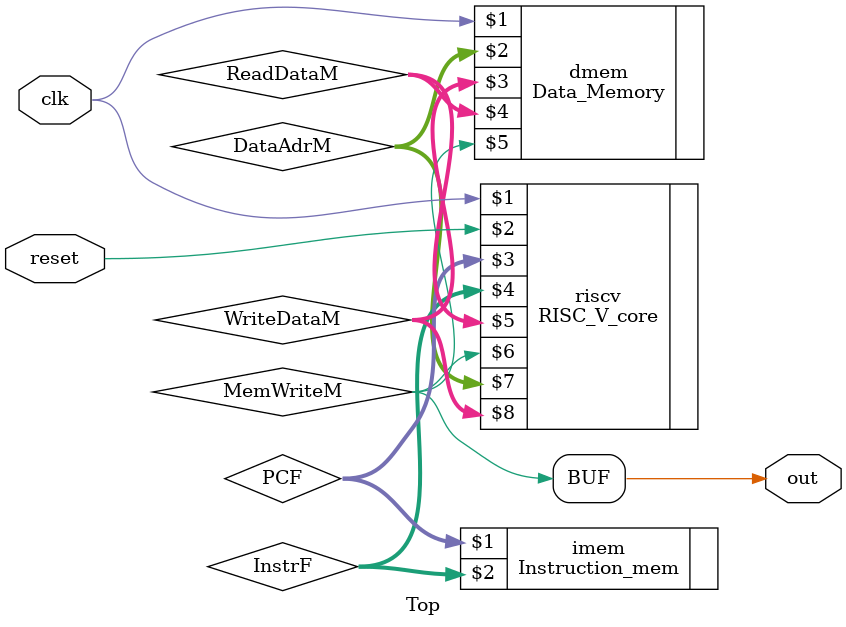
<source format=v>
`timescale 1ns / 1ps

module Top (clk,reset,out);
input  clk,  reset;
output out;
				
	wire  [31:0] PCF, InstrF, ReadDataM;
	//wire PCF;
//	wire InstrF;
	wire  [31:0] 	WriteDataM,  DataAdrM;
     assign out = MemWriteM;
	wire MemWriteM;
//	wire ReadDataM;
	
	
	

	RISC_V_core riscv( clk, reset, PCF, InstrF, ReadDataM, MemWriteM, DataAdrM, WriteDataM);
	
	//Instruction_Memory imem(PCF, InstrF);
	
	Instruction_mem imem(PCF, InstrF);
	
	Data_Memory dmem(clk, DataAdrM,WriteDataM,ReadDataM, MemWriteM );
	
	

endmodule




</source>
